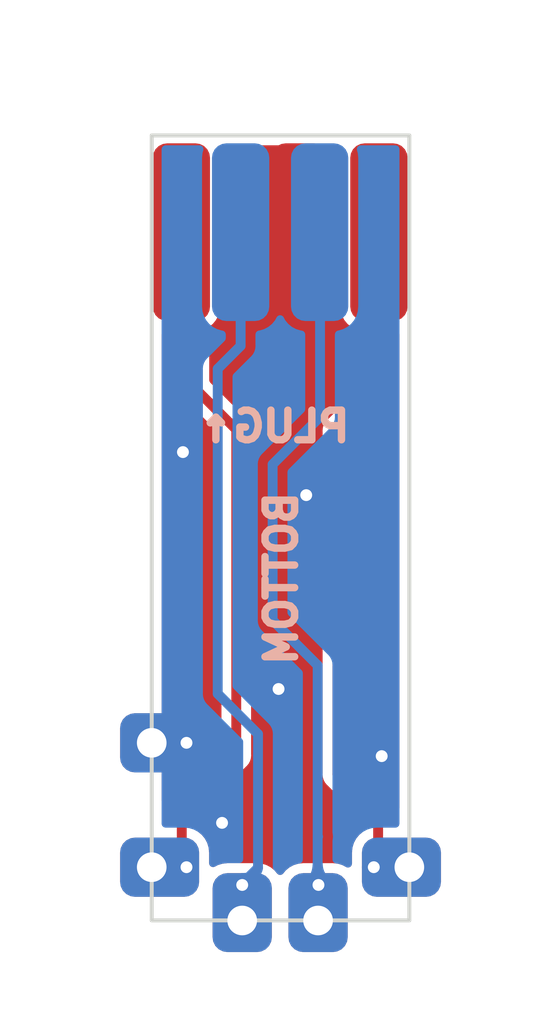
<source format=kicad_pcb>
(kicad_pcb (version 20171130) (host pcbnew "(5.1.10-1-10_14)")

  (general
    (thickness 0.8)
    (drawings 7)
    (tracks 33)
    (zones 0)
    (modules 2)
    (nets 6)
  )

  (page USLetter)
  (title_block
    (rev 1)
  )

  (layers
    (0 Front signal)
    (31 Back signal)
    (34 B.Paste user)
    (35 F.Paste user)
    (36 B.SilkS user)
    (37 F.SilkS user)
    (38 B.Mask user)
    (39 F.Mask user)
    (44 Edge.Cuts user)
    (45 Margin user)
    (46 B.CrtYd user)
    (47 F.CrtYd user)
    (49 F.Fab user hide)
  )

  (setup
    (last_trace_width 0.25)
    (user_trace_width 0.254)
    (user_trace_width 0.508)
    (user_trace_width 0.762)
    (trace_clearance 0.25)
    (zone_clearance 0.2)
    (zone_45_only no)
    (trace_min 0.1524)
    (via_size 0.6)
    (via_drill 0.3)
    (via_min_size 0.508)
    (via_min_drill 0.254)
    (user_via 0.6858 0.3302)
    (user_via 0.889 0.381)
    (uvia_size 0.6858)
    (uvia_drill 0.254)
    (uvias_allowed no)
    (uvia_min_size 0)
    (uvia_min_drill 0)
    (edge_width 0.1)
    (segment_width 0.254)
    (pcb_text_width 0.3048)
    (pcb_text_size 1.524 1.524)
    (mod_edge_width 0.127)
    (mod_text_size 0.762 0.762)
    (mod_text_width 0.127)
    (pad_size 1.524 1.524)
    (pad_drill 0.762)
    (pad_to_mask_clearance 0.0508)
    (aux_axis_origin 0 0)
    (visible_elements FFFFFF7F)
    (pcbplotparams
      (layerselection 0x010fc_ffffffff)
      (usegerberextensions false)
      (usegerberattributes false)
      (usegerberadvancedattributes false)
      (creategerberjobfile false)
      (excludeedgelayer true)
      (linewidth 0.152400)
      (plotframeref false)
      (viasonmask false)
      (mode 1)
      (useauxorigin false)
      (hpglpennumber 1)
      (hpglpenspeed 20)
      (hpglpendiameter 15.000000)
      (psnegative false)
      (psa4output false)
      (plotreference true)
      (plotvalue false)
      (plotinvisibletext false)
      (padsonsilk false)
      (subtractmaskfromsilk true)
      (outputformat 1)
      (mirror false)
      (drillshape 0)
      (scaleselection 1)
      (outputdirectory "./gerbers"))
  )

  (net 0 "")
  (net 1 /Audio_L)
  (net 2 /Audio_R)
  (net 3 /Sync)
  (net 4 /GND)
  (net 5 /+5V)

  (net_class Default "This is the default net class."
    (clearance 0.25)
    (trace_width 0.25)
    (via_dia 0.6)
    (via_drill 0.3)
    (uvia_dia 0.6858)
    (uvia_drill 0.254)
    (diff_pair_width 0.1524)
    (diff_pair_gap 0.1524)
    (add_net /+5V)
    (add_net /Audio_L)
    (add_net /Audio_R)
    (add_net /GND)
    (add_net /Sync)
  )

  (module 8DIN2VGA:DIN_Bottom (layer Front) (tedit 6150A7B4) (tstamp 61247471)
    (at 145 97.84)
    (path /61247066)
    (fp_text reference S1 (at 0.12 3.56) (layer F.Fab)
      (effects (font (size 1 1) (thickness 0.15)))
    )
    (fp_text value DIN_Bottom (at 0 -0.5) (layer F.Fab)
      (effects (font (size 1 1) (thickness 0.15)))
    )
    (pad 4 smd roundrect (at 0.5 0) (size 1.45 4.5) (layers Front F.Mask) (roundrect_rratio 0.25)
      (net 4 /GND) (zone_connect 2))
    (pad 5 smd roundrect (at -2.5 0) (size 1.45 4.5) (layers Front F.Mask) (roundrect_rratio 0.25)
      (net 5 /+5V))
    (pad 3 smd roundrect (at 2.5 0) (size 1.45 4.5) (layers Front F.Mask) (roundrect_rratio 0.25)
      (net 3 /Sync))
    (pad 1 smd roundrect (at 1 0) (size 1.45 4.5) (layers Back B.Mask) (roundrect_rratio 0.25)
      (net 2 /Audio_R))
    (pad 2 smd roundrect (at -1 0) (size 1.45 4.5) (layers Back B.Mask) (roundrect_rratio 0.25)
      (net 1 /Audio_L))
  )

  (module 8DIN2VGA:DIN_Bottom_to_Main (layer Front) (tedit 6173A9ED) (tstamp 6124747C)
    (at 145 115.272828)
    (path /6124804F)
    (fp_text reference S2 (at -0.01 -2.732828) (layer F.Fab)
      (effects (font (size 1 1) (thickness 0.15)))
    )
    (fp_text value DIN_Bottom_to_Main (at 0 -16.9) (layer F.Fab)
      (effects (font (size 1 1) (thickness 0.15)))
    )
    (fp_poly (pts (xy 3.264598 -0.004345) (xy 1.328742 -0.015883) (xy 1.313663 -0.089632) (xy 1.272554 -0.1931)
      (xy 1.200837 -0.278474) (xy 1.108129 -0.339795) (xy 1.004047 -0.371106) (xy 0.898206 -0.366449)
      (xy 0.876686 -0.360354) (xy 0.766113 -0.303151) (xy 0.679615 -0.216733) (xy 0.626438 -0.110542)
      (xy 0.624176 -0.102512) (xy 0.597859 -0.004116) (xy 0 -0.01) (xy -0.597859 -0.015883)
      (xy -0.612933 -0.089632) (xy -0.654318 -0.190798) (xy -0.728576 -0.279227) (xy -0.824295 -0.342644)
      (xy -0.861396 -0.356859) (xy -0.93345 -0.375176) (xy -0.990291 -0.375507) (xy -1.057127 -0.35797)
      (xy -1.057754 -0.357763) (xy -1.168701 -0.299185) (xy -1.253459 -0.209074) (xy -1.303146 -0.099778)
      (xy -1.328546 -0.004811) (xy -3.245951 -0.004811) (xy -3.245951 -0.49269) (xy -3.245693 -0.652569)
      (xy -3.244634 -0.773678) (xy -3.242345 -0.861536) (xy -3.2384 -0.921661) (xy -3.232371 -0.95957)
      (xy -3.22383 -0.980783) (xy -3.212349 -0.990816) (xy -3.207198 -0.992824) (xy -3.076377 -1.046349)
      (xy -2.984921 -1.114034) (xy -2.928934 -1.200549) (xy -2.90452 -1.310567) (xy -2.902708 -1.357929)
      (xy -2.908973 -1.451409) (xy -2.930373 -1.518062) (xy -2.949034 -1.547782) (xy -3.011394 -1.614696)
      (xy -3.085737 -1.669847) (xy -3.157752 -1.703752) (xy -3.193865 -1.709955) (xy -3.245951 -1.709955)
      (xy -3.245951 -18.827827) (xy 3.264598 -18.827827) (xy 3.264598 -0.004345)) (layer F.Fab) (width 0.01))
    (pad 2 thru_hole circle (at -0.96 -0.9 270) (size 0.6 0.6) (drill 0.3) (layers *.Cu *.Mask)
      (net 1 /Audio_L))
    (pad 2 thru_hole roundrect (at -0.96 0) (size 1.5 2) (drill 0.75 (offset 0 -0.2)) (layers *.Cu *.Mask) (roundrect_rratio 0.25)
      (net 1 /Audio_L))
    (pad 1 thru_hole roundrect (at 0.96 0) (size 1.5 2) (drill 0.75 (offset 0 -0.2)) (layers *.Cu *.Mask) (roundrect_rratio 0.25)
      (net 2 /Audio_R))
    (pad 1 thru_hole circle (at 0.97 -0.9 270) (size 0.6 0.6) (drill 0.3) (layers *.Cu *.Mask)
      (net 2 /Audio_R))
    (pad 5 thru_hole roundrect (at -3.25 -1.35 270) (size 1.5 2) (drill 0.75 (offset 0 -0.2)) (layers *.Cu *.Mask) (roundrect_rratio 0.25)
      (net 5 /+5V))
    (pad 5 thru_hole circle (at -2.37 -1.35 270) (size 0.6 0.6) (drill 0.3) (layers *.Cu *.Mask)
      (net 5 /+5V))
    (pad 3 thru_hole circle (at 2.37 -1.35 270) (size 0.6 0.6) (drill 0.3) (layers *.Cu *.Mask)
      (net 3 /Sync))
    (pad 3 thru_hole roundrect (at 3.27 -1.35 90) (size 1.5 2) (drill 0.75 (offset 0 -0.2)) (layers *.Cu *.Mask) (roundrect_rratio 0.25)
      (net 3 /Sync))
    (pad 4 thru_hole roundrect (at -3.25 -4.5 270) (size 1.5 2) (drill 0.75 (offset 0 -0.2)) (layers *.Cu *.Mask) (roundrect_rratio 0.25)
      (net 4 /GND))
    (pad 4 thru_hole circle (at -2.37 -4.5 270) (size 0.6 0.6) (drill 0.3) (layers *.Cu *.Mask)
      (net 4 /GND))
  )

  (gr_text PLUG↑ (at 144.82 102.76) (layer B.SilkS)
    (effects (font (size 0.75 0.75) (thickness 0.1875)) (justify mirror))
  )
  (gr_text BOTTOM (at 145.03 106.61 90) (layer B.SilkS)
    (effects (font (size 0.75 0.75) (thickness 0.1875)) (justify mirror))
  )
  (gr_poly (pts (xy 149.25 110.27) (xy 147.76 110.27) (xy 147.76 104.34) (xy 149.25 104.34)) (layer Cmts.User) (width 0.1))
  (gr_line (start 148.27 95.39) (end 148.27 115.27) (layer Edge.Cuts) (width 0.1))
  (gr_line (start 141.75 95.39) (end 148.27 95.39) (layer Edge.Cuts) (width 0.1))
  (gr_line (start 141.75 115.27) (end 141.75 95.39) (layer Edge.Cuts) (width 0.1))
  (gr_line (start 141.75 115.27) (end 148.27 115.27) (layer Edge.Cuts) (width 0.1))

  (segment (start 144.03 114.35) (end 144.02 114.35) (width 0.25) (layer Back) (net 1))
  (segment (start 144.44 113.94) (end 144.03 114.35) (width 0.25) (layer Back) (net 1))
  (segment (start 144.44 110.55) (end 144.44 113.94) (width 0.25) (layer Back) (net 1))
  (segment (start 143.42 101.3) (end 143.42 109.53) (width 0.25) (layer Back) (net 1))
  (segment (start 144 100.72) (end 143.42 101.3) (width 0.25) (layer Back) (net 1))
  (segment (start 143.42 109.53) (end 144.44 110.55) (width 0.25) (layer Back) (net 1))
  (segment (start 144 97.84) (end 144 100.72) (width 0.25) (layer Back) (net 1))
  (segment (start 145.95 108.81) (end 145.95 113.14) (width 0.25) (layer Back) (net 2) (status 20))
  (segment (start 144.81 103.72) (end 144.81 107.67) (width 0.25) (layer Back) (net 2))
  (segment (start 145.95 113.14) (end 145.96 113.15) (width 0.25) (layer Back) (net 2) (status 30))
  (segment (start 146.01 102.52) (end 144.81 103.72) (width 0.25) (layer Back) (net 2))
  (segment (start 146.01 97.85) (end 146.01 102.52) (width 0.25) (layer Back) (net 2) (status 10))
  (segment (start 144.81 107.67) (end 145.95 108.81) (width 0.25) (layer Back) (net 2))
  (segment (start 146 97.84) (end 146.01 97.85) (width 0.25) (layer Back) (net 2) (status 30))
  (segment (start 145.95 113.14) (end 145.95 114.37) (width 0.25) (layer Back) (net 2))
  (segment (start 146.45 102.87) (end 146.45 111.57) (width 0.25) (layer Front) (net 3))
  (segment (start 147.19 102.13) (end 146.45 102.87) (width 0.25) (layer Front) (net 3))
  (segment (start 147.19 98.15) (end 147.19 102.13) (width 0.25) (layer Front) (net 3))
  (segment (start 146.45 111.57) (end 147.48 112.6) (width 0.25) (layer Front) (net 3))
  (segment (start 147.5 97.84) (end 147.19 98.15) (width 0.25) (layer Front) (net 3))
  (segment (start 147.48 112.6) (end 147.48 113.87) (width 0.25) (layer Front) (net 3))
  (via (at 145.66 104.5) (size 0.6) (drill 0.3) (layers Front Back) (net 4))
  (via (at 143.53 112.8) (size 0.6) (drill 0.3) (layers Front Back) (net 4))
  (via (at 147.57 111.11) (size 0.6) (drill 0.3) (layers Front Back) (net 4))
  (via (at 142.54 103.41) (size 0.6) (drill 0.3) (layers Front Back) (net 4))
  (via (at 144.96 109.41) (size 0.6) (drill 0.3) (layers Front Back) (net 4))
  (segment (start 142.51 112.47) (end 142.51 112.51) (width 0.25) (layer Front) (net 5))
  (segment (start 142.51 112.51) (end 142.51 113.79) (width 0.25) (layer Front) (net 5))
  (segment (start 143.89 102.84) (end 143.89 111.09) (width 0.25) (layer Front) (net 5))
  (segment (start 142.83 101.78) (end 143.89 102.84) (width 0.25) (layer Front) (net 5))
  (segment (start 142.5 97.84) (end 142.83 98.17) (width 0.25) (layer Front) (net 5))
  (segment (start 143.89 111.09) (end 142.51 112.47) (width 0.25) (layer Front) (net 5))
  (segment (start 142.83 98.17) (end 142.83 101.78) (width 0.25) (layer Front) (net 5))

  (zone (net 4) (net_name /GND) (layer Front) (tstamp 0) (hatch edge 0.508)
    (connect_pads yes (clearance 0.2))
    (min_thickness 0.2)
    (fill yes (arc_segments 32) (thermal_gap 0.4) (thermal_bridge_width 0.4))
    (polygon
      (pts
        (xy 150.19 116.63) (xy 138.05 116.63) (xy 137.91 91.96) (xy 150.05 91.96)
      )
    )
    (filled_polygon
      (pts
        (xy 146.43703 95.813168) (xy 146.423307 95.9525) (xy 146.423307 99.7275) (xy 146.43703 99.866832) (xy 146.477672 100.00081)
        (xy 146.54367 100.124284) (xy 146.632489 100.232511) (xy 146.715001 100.300226) (xy 146.715001 101.933248) (xy 146.130634 102.517616)
        (xy 146.112499 102.532499) (xy 146.053141 102.604827) (xy 146.009034 102.687347) (xy 145.990974 102.746883) (xy 145.981873 102.776884)
        (xy 145.972702 102.87) (xy 145.975 102.893332) (xy 145.975001 111.546658) (xy 145.972702 111.57) (xy 145.981873 111.663116)
        (xy 146.009035 111.752654) (xy 146.053142 111.835173) (xy 146.1125 111.907501) (xy 146.130629 111.922379) (xy 147.005 112.796751)
        (xy 147.005 112.973371) (xy 146.93115 113.033978) (xy 146.840777 113.144099) (xy 146.773623 113.269735) (xy 146.73227 113.406057)
        (xy 146.718307 113.547828) (xy 146.718307 113.832689) (xy 146.613093 113.776451) (xy 146.476771 113.735098) (xy 146.335 113.721135)
        (xy 145.585 113.721135) (xy 145.443229 113.735098) (xy 145.306907 113.776451) (xy 145.181271 113.843605) (xy 145.07115 113.933978)
        (xy 145 114.020675) (xy 144.92885 113.933978) (xy 144.818729 113.843605) (xy 144.693093 113.776451) (xy 144.556771 113.735098)
        (xy 144.415 113.721135) (xy 143.665 113.721135) (xy 143.523229 113.735098) (xy 143.386907 113.776451) (xy 143.301693 113.821999)
        (xy 143.301693 113.547828) (xy 143.28773 113.406057) (xy 143.246377 113.269735) (xy 143.179223 113.144099) (xy 143.08885 113.033978)
        (xy 142.985 112.948751) (xy 142.985 112.66675) (xy 144.209377 111.442375) (xy 144.227501 111.427501) (xy 144.286859 111.355173)
        (xy 144.330966 111.272654) (xy 144.358127 111.183116) (xy 144.365 111.113332) (xy 144.367298 111.09) (xy 144.365 111.066668)
        (xy 144.365 102.863331) (xy 144.367298 102.839999) (xy 144.358127 102.746883) (xy 144.349888 102.719722) (xy 144.330966 102.657346)
        (xy 144.286859 102.574827) (xy 144.227501 102.502499) (xy 144.209371 102.48762) (xy 143.305 101.58325) (xy 143.305 100.283812)
        (xy 143.367511 100.232511) (xy 143.45633 100.124284) (xy 143.522328 100.00081) (xy 143.56297 99.866832) (xy 143.576693 99.7275)
        (xy 143.576693 95.9525) (xy 143.56297 95.813168) (xy 143.540775 95.74) (xy 146.459225 95.74)
      )
    )
    (filled_polygon
      (pts
        (xy 147.920001 112.41554) (xy 147.876859 112.334827) (xy 147.817501 112.262499) (xy 147.799371 112.24762) (xy 146.925 111.37325)
        (xy 146.925 103.06675) (xy 147.509371 102.48238) (xy 147.527501 102.467501) (xy 147.586859 102.395173) (xy 147.630966 102.312654)
        (xy 147.658127 102.223116) (xy 147.665 102.153332) (xy 147.667298 102.130001) (xy 147.665 102.106668) (xy 147.665 100.441693)
        (xy 147.8625 100.441693) (xy 147.92 100.43603)
      )
    )
    (filled_polygon
      (pts
        (xy 142.1375 100.441693) (xy 142.355001 100.441693) (xy 142.355001 101.756658) (xy 142.352702 101.78) (xy 142.361873 101.873116)
        (xy 142.384391 101.947346) (xy 142.389035 101.962654) (xy 142.433142 102.045173) (xy 142.4925 102.117501) (xy 142.510629 102.132379)
        (xy 143.415 103.036751) (xy 143.415001 110.893247) (xy 142.190634 112.117616) (xy 142.172499 112.132499) (xy 142.113141 112.204827)
        (xy 142.1 112.229413) (xy 142.1 100.438)
      )
    )
  )
  (zone (net 4) (net_name /GND) (layer Back) (tstamp 0) (hatch edge 0.508)
    (connect_pads yes (clearance 0.2))
    (min_thickness 0.2)
    (fill yes (arc_segments 32) (thermal_gap 0.4) (thermal_bridge_width 0.4))
    (polygon
      (pts
        (xy 152.02 117.87) (xy 140.16 117.87) (xy 140.16 93.97) (xy 152.02 93.97)
      )
    )
    (filled_polygon
      (pts
        (xy 145.04367 100.124284) (xy 145.132489 100.232511) (xy 145.240716 100.32133) (xy 145.36419 100.387328) (xy 145.498168 100.42797)
        (xy 145.535001 100.431598) (xy 145.535001 102.323248) (xy 144.490634 103.367616) (xy 144.472499 103.382499) (xy 144.413141 103.454827)
        (xy 144.369034 103.537347) (xy 144.350112 103.599723) (xy 144.341873 103.626884) (xy 144.332702 103.72) (xy 144.335 103.743332)
        (xy 144.335001 107.646658) (xy 144.332702 107.67) (xy 144.341873 107.763116) (xy 144.369035 107.852654) (xy 144.413142 107.935173)
        (xy 144.4725 108.007501) (xy 144.490629 108.022379) (xy 145.475 109.006751) (xy 145.475001 113.116658) (xy 145.472702 113.14)
        (xy 145.475 113.163332) (xy 145.475 113.731969) (xy 145.443229 113.735098) (xy 145.306907 113.776451) (xy 145.181271 113.843605)
        (xy 145.07115 113.933978) (xy 145 114.020675) (xy 144.92885 113.933978) (xy 144.915637 113.923134) (xy 144.915 113.916668)
        (xy 144.915 110.573332) (xy 144.917298 110.55) (xy 144.908127 110.456884) (xy 144.880966 110.367345) (xy 144.865602 110.338602)
        (xy 144.836859 110.284827) (xy 144.777501 110.212499) (xy 144.759377 110.197625) (xy 143.895 109.33325) (xy 143.895 101.496751)
        (xy 144.319377 101.072375) (xy 144.337501 101.057501) (xy 144.396859 100.985173) (xy 144.440706 100.903141) (xy 144.440966 100.902655)
        (xy 144.468127 100.813116) (xy 144.477298 100.72) (xy 144.475 100.696668) (xy 144.475 100.430613) (xy 144.501832 100.42797)
        (xy 144.63581 100.387328) (xy 144.759284 100.32133) (xy 144.867511 100.232511) (xy 144.95633 100.124284) (xy 145 100.042583)
      )
    )
    (filled_polygon
      (pts
        (xy 147.920001 112.821135) (xy 147.445 112.821135) (xy 147.303229 112.835098) (xy 147.166907 112.876451) (xy 147.041271 112.943605)
        (xy 146.93115 113.033978) (xy 146.840777 113.144099) (xy 146.773623 113.269735) (xy 146.73227 113.406057) (xy 146.718307 113.547828)
        (xy 146.718307 113.832689) (xy 146.613093 113.776451) (xy 146.476771 113.735098) (xy 146.425 113.729999) (xy 146.425 113.253423)
        (xy 146.428127 113.243115) (xy 146.437298 113.149999) (xy 146.428127 113.056884) (xy 146.425 113.046576) (xy 146.425 108.833329)
        (xy 146.427298 108.809999) (xy 146.425 108.786668) (xy 146.418127 108.716884) (xy 146.390966 108.627346) (xy 146.346859 108.544827)
        (xy 146.287501 108.472499) (xy 146.269371 108.45762) (xy 145.285 107.47325) (xy 145.285 103.91675) (xy 146.329371 102.87238)
        (xy 146.347501 102.857501) (xy 146.406859 102.785173) (xy 146.450966 102.702654) (xy 146.478127 102.613116) (xy 146.485 102.543332)
        (xy 146.487298 102.520001) (xy 146.485 102.496669) (xy 146.485 100.429628) (xy 146.501832 100.42797) (xy 146.63581 100.387328)
        (xy 146.759284 100.32133) (xy 146.867511 100.232511) (xy 146.95633 100.124284) (xy 147.022328 100.00081) (xy 147.06297 99.866832)
        (xy 147.076693 99.7275) (xy 147.076693 95.9525) (xy 147.06297 95.813168) (xy 147.040775 95.74) (xy 147.92 95.74)
      )
    )
    (filled_polygon
      (pts
        (xy 142.93703 95.813168) (xy 142.923307 95.9525) (xy 142.923307 99.7275) (xy 142.93703 99.866832) (xy 142.977672 100.00081)
        (xy 143.04367 100.124284) (xy 143.132489 100.232511) (xy 143.240716 100.32133) (xy 143.36419 100.387328) (xy 143.498168 100.42797)
        (xy 143.525001 100.430613) (xy 143.525001 100.523248) (xy 143.100633 100.947617) (xy 143.082499 100.962499) (xy 143.023141 101.034827)
        (xy 142.979034 101.117347) (xy 142.960112 101.179723) (xy 142.951873 101.206884) (xy 142.942702 101.3) (xy 142.945 101.323332)
        (xy 142.945001 109.506658) (xy 142.942702 109.53) (xy 142.951873 109.623116) (xy 142.979035 109.712654) (xy 143.023142 109.795173)
        (xy 143.0825 109.867501) (xy 143.100629 109.882379) (xy 143.965 110.746752) (xy 143.965001 113.721135) (xy 143.665 113.721135)
        (xy 143.523229 113.735098) (xy 143.386907 113.776451) (xy 143.301693 113.821999) (xy 143.301693 113.547828) (xy 143.28773 113.406057)
        (xy 143.246377 113.269735) (xy 143.179223 113.144099) (xy 143.08885 113.033978) (xy 142.978729 112.943605) (xy 142.853093 112.876451)
        (xy 142.716771 112.835098) (xy 142.575 112.821135) (xy 142.1 112.821135) (xy 142.1 95.74) (xy 142.959225 95.74)
      )
    )
  )
  (zone (net 1) (net_name /Audio_L) (layer Back) (tstamp 0) (hatch edge 0.508)
    (priority 16962)
    (connect_pads yes (clearance 0.25))
    (min_thickness 0.0254)
    (fill yes (arc_segments 32) (thermal_gap 0.508) (thermal_bridge_width 0.508))
    (polygon
      (pts
        (xy 144.315 113.919828) (xy 144.308379 113.975528) (xy 144.289705 114.014655) (xy 144.260756 114.040268) (xy 144.223313 114.055423)
        (xy 144.179154 114.063176) (xy 144.130059 114.066584) (xy 144.077808 114.068705) (xy 144.02418 114.072596) (xy 143.970956 114.081312)
        (xy 143.919914 114.097912) (xy 143.94246 114.486783) (xy 144.34 114.372828) (xy 144.3463 114.316052) (xy 144.3634 114.269528)
        (xy 144.388599 114.230368) (xy 144.4192 114.195683) (xy 144.4525 114.162585) (xy 144.4858 114.128187) (xy 144.5164 114.0896)
        (xy 144.5416 114.043937) (xy 144.5587 113.988309) (xy 144.565 113.919828)
      )
    )
    (filled_polygon
      (pts
        (xy 144.546173 113.985838) (xy 144.529847 114.03895) (xy 144.505793 114.082536) (xy 144.476238 114.119805) (xy 144.443479 114.153645)
        (xy 144.410247 114.186675) (xy 144.409677 114.187281) (xy 144.379076 114.221966) (xy 144.377919 114.223496) (xy 144.35272 114.262656)
        (xy 144.35148 114.265147) (xy 144.33438 114.311671) (xy 144.333677 114.314651) (xy 144.328316 114.362966) (xy 143.95422 114.470201)
        (xy 143.93316 114.106959) (xy 143.973963 114.093689) (xy 144.025664 114.085222) (xy 144.07852 114.081387) (xy 144.130574 114.079274)
        (xy 144.130938 114.079254) (xy 144.180033 114.075846) (xy 144.18135 114.075685) (xy 144.225509 114.067932) (xy 144.228078 114.067195)
        (xy 144.265521 114.05204) (xy 144.267726 114.050885) (xy 144.269171 114.04978) (xy 144.29812 114.024167) (xy 144.299814 114.022342)
        (xy 144.301167 114.020125) (xy 144.319841 113.980998) (xy 144.320687 113.978657) (xy 144.32099 113.977027) (xy 144.32628 113.932528)
        (xy 144.551078 113.932528)
      )
    )
  )
  (zone (net 1) (net_name /Audio_L) (layer Back) (tstamp 0) (hatch edge 0.508)
    (priority 16962)
    (connect_pads yes (clearance 0.25))
    (min_thickness 0.0254)
    (fill yes (arc_segments 32) (thermal_gap 0.508) (thermal_bridge_width 0.508))
    (polygon
      (pts
        (xy 144.125 99.285) (xy 144.133323 99.115294) (xy 144.156937 98.975656) (xy 144.193812 98.859544) (xy 144.241913 98.760418)
        (xy 144.29921 98.671735) (xy 144.36367 98.586954) (xy 144.433261 98.499533) (xy 144.505951 98.402932) (xy 144.579708 98.290608)
        (xy 144.6525 98.15602) (xy 144 97.4775) (xy 143.3475 98.15602) (xy 143.420291 98.290608) (xy 143.494048 98.402932)
        (xy 143.566738 98.499533) (xy 143.636329 98.586954) (xy 143.700789 98.671735) (xy 143.758086 98.760418) (xy 143.806187 98.859544)
        (xy 143.843062 98.975656) (xy 143.866676 99.115294) (xy 143.875 99.285)
      )
    )
    (filled_polygon
      (pts
        (xy 144.636916 98.158137) (xy 144.568794 98.284091) (xy 144.495557 98.395623) (xy 144.423219 98.491757) (xy 144.353734 98.579044)
        (xy 144.35356 98.579267) (xy 144.2891 98.664048) (xy 144.288543 98.664843) (xy 144.231246 98.753526) (xy 144.230487 98.754874)
        (xy 144.182386 98.854) (xy 144.181708 98.8557) (xy 144.144833 98.971812) (xy 144.144415 98.973538) (xy 144.120801 99.113176)
        (xy 144.120638 99.114672) (xy 144.112907 99.2723) (xy 143.887093 99.2723) (xy 143.879361 99.114672) (xy 143.879198 99.113176)
        (xy 143.855584 98.973538) (xy 143.855166 98.971812) (xy 143.818291 98.8557) (xy 143.817613 98.854) (xy 143.769512 98.754874)
        (xy 143.768753 98.753526) (xy 143.711456 98.664843) (xy 143.710899 98.664048) (xy 143.646439 98.579267) (xy 143.646265 98.579044)
        (xy 143.57678 98.491757) (xy 143.504442 98.395623) (xy 143.431205 98.284091) (xy 143.363084 98.158137) (xy 144 97.495822)
      )
    )
  )
  (zone (net 2) (net_name /Audio_R) (layer Back) (tstamp 0) (hatch edge 0.508)
    (priority 16962)
    (connect_pads yes (clearance 0.25))
    (min_thickness 0.0254)
    (fill yes (arc_segments 32) (thermal_gap 0.508) (thermal_bridge_width 0.508))
    (polygon
      (pts
        (xy 146.135 99.295) (xy 146.143271 99.123208) (xy 146.166727 98.981713) (xy 146.203332 98.863904) (xy 146.251052 98.763168)
        (xy 146.307849 98.672895) (xy 146.37169 98.586472) (xy 146.440537 98.497288) (xy 146.512356 98.398731) (xy 146.585111 98.28419)
        (xy 146.656767 98.147053) (xy 145.995035 97.477535) (xy 145.35189 98.164928) (xy 145.426635 98.299017) (xy 145.501861 98.411027)
        (xy 145.575601 98.50748) (xy 145.645888 98.5949) (xy 145.710757 98.67981) (xy 145.768241 98.768732) (xy 145.816373 98.868189)
        (xy 145.853188 98.984704) (xy 145.876719 99.1248) (xy 145.885 99.295)
      )
    )
    (filled_polygon
      (pts
        (xy 146.641218 98.149388) (xy 146.574103 98.277835) (xy 146.501855 98.391577) (xy 146.430386 98.489654) (xy 146.361637 98.578711)
        (xy 146.361475 98.578926) (xy 146.297634 98.665349) (xy 146.2971 98.666132) (xy 146.240303 98.756405) (xy 146.239575 98.757731)
        (xy 146.191855 98.858467) (xy 146.191204 98.860136) (xy 146.154599 98.977945) (xy 146.154198 98.979636) (xy 146.130742 99.121131)
        (xy 146.130586 99.122597) (xy 146.122897 99.2823) (xy 145.897097 99.2823) (xy 145.889404 99.124183) (xy 145.889244 99.122696)
        (xy 145.865713 98.9826) (xy 145.865298 98.980878) (xy 145.828483 98.864363) (xy 145.827805 98.862657) (xy 145.779673 98.7632)
        (xy 145.778906 98.761837) (xy 145.721422 98.672915) (xy 145.720849 98.6721) (xy 145.65598 98.58719) (xy 145.655786 98.586942)
        (xy 145.585574 98.499616) (xy 145.512193 98.403632) (xy 145.437472 98.292374) (xy 145.367495 98.166838) (xy 145.995286 97.495856)
      )
    )
  )
  (zone (net 2) (net_name /Audio_R) (layer Back) (tstamp 0) (hatch edge 0.508)
    (priority 16962)
    (connect_pads yes (clearance 0.25))
    (min_thickness 0.0254)
    (fill yes (arc_segments 32) (thermal_gap 0.508) (thermal_bridge_width 0.508))
    (polygon
      (pts
        (xy 145.825 113.78) (xy 145.823352 113.8489) (xy 145.81855 113.907381) (xy 145.810803 113.957615) (xy 145.80032 114.001773)
        (xy 145.787311 114.042028) (xy 145.771986 114.08055) (xy 145.754554 114.119513) (xy 145.735226 114.161088) (xy 145.71421 114.207447)
        (xy 145.691717 114.260763) (xy 145.980221 114.522479) (xy 146.230461 114.223967) (xy 146.20261 114.176771) (xy 146.17716 114.135402)
        (xy 146.154236 114.097907) (xy 146.133964 114.062335) (xy 146.116468 114.026735) (xy 146.101872 113.989154) (xy 146.090303 113.947641)
        (xy 146.081884 113.900246) (xy 146.076742 113.845016) (xy 146.075 113.78)
      )
    )
    (filled_polygon
      (pts
        (xy 146.064047 113.845356) (xy 146.064097 113.846193) (xy 146.069239 113.901423) (xy 146.06938 113.902467) (xy 146.077799 113.949862)
        (xy 146.078069 113.95105) (xy 146.089638 113.992563) (xy 146.090034 113.993752) (xy 146.10463 114.031333) (xy 146.10507 114.032337)
        (xy 146.122566 114.067937) (xy 146.12293 114.068623) (xy 146.143202 114.104195) (xy 146.143401 114.104532) (xy 146.166325 114.142027)
        (xy 146.166343 114.142057) (xy 146.191734 114.183331) (xy 146.21496 114.222689) (xy 145.978972 114.504199) (xy 145.706917 114.257405)
        (xy 145.725842 114.212548) (xy 145.746793 114.166332) (xy 145.76607 114.124867) (xy 145.766147 114.1247) (xy 145.783579 114.085737)
        (xy 145.783786 114.085245) (xy 145.799111 114.046723) (xy 145.799396 114.045933) (xy 145.812405 114.005678) (xy 145.812677 114.004706)
        (xy 145.82316 113.960548) (xy 145.823355 113.959551) (xy 145.831102 113.909317) (xy 145.831207 113.90842) (xy 145.836009 113.849939)
        (xy 145.836048 113.849204) (xy 145.8374 113.7927) (xy 146.062636 113.7927)
      )
    )
  )
  (zone (net 3) (net_name /Sync) (layer Front) (tstamp 0) (hatch edge 0.508)
    (priority 16962)
    (connect_pads yes (clearance 0.25))
    (min_thickness 0.0254)
    (fill yes (arc_segments 32) (thermal_gap 0.508) (thermal_bridge_width 0.508))
    (polygon
      (pts
        (xy 147.315 99.225) (xy 147.323341 99.083154) (xy 147.347509 98.967134) (xy 147.386217 98.872229) (xy 147.438179 98.793729)
        (xy 147.502108 98.726922) (xy 147.576718 98.6671) (xy 147.660723 98.609551) (xy 147.752836 98.549565) (xy 147.851772 98.482431)
        (xy 147.956245 98.40344) (xy 147.654111 97.511891) (xy 146.775052 97.848637) (xy 146.78496 98.018423) (xy 146.808035 98.161675)
        (xy 146.840929 98.285663) (xy 146.880295 98.397659) (xy 146.922788 98.504934) (xy 146.965059 98.614759) (xy 147.003763 98.734407)
        (xy 147.035552 98.871149) (xy 147.05708 99.032256) (xy 147.065 99.225)
      )
    )
    (filled_polygon
      (pts
        (xy 147.941276 98.398837) (xy 147.84438 98.472099) (xy 147.745782 98.539004) (xy 147.653793 98.598909) (xy 147.653545 98.599074)
        (xy 147.56954 98.656623) (xy 147.568774 98.657192) (xy 147.494164 98.717014) (xy 147.492932 98.718142) (xy 147.429003 98.784949)
        (xy 147.427589 98.786719) (xy 147.375627 98.865219) (xy 147.374457 98.867433) (xy 147.335749 98.962338) (xy 147.335076 98.964544)
        (xy 147.310908 99.080564) (xy 147.310663 99.082408) (xy 147.303025 99.2123) (xy 147.077189 99.2123) (xy 147.069769 99.031735)
        (xy 147.069668 99.030574) (xy 147.04814 98.869467) (xy 147.047922 98.868273) (xy 147.016133 98.731531) (xy 147.015847 98.730498)
        (xy 146.977143 98.61085) (xy 146.976911 98.610197) (xy 146.93464 98.500372) (xy 146.934595 98.500257) (xy 146.892193 98.393211)
        (xy 146.853077 98.281927) (xy 146.820472 98.15903) (xy 146.7976 98.017039) (xy 146.788271 97.857173) (xy 147.646322 97.528475)
      )
    )
  )
  (zone (net 3) (net_name /Sync) (layer Front) (tstamp 0) (hatch edge 0.508)
    (priority 16962)
    (connect_pads yes (clearance 0.25))
    (min_thickness 0.0254)
    (fill yes (arc_segments 32) (thermal_gap 0.508) (thermal_bridge_width 0.508))
    (polygon
      (pts
        (xy 147.355 113.34) (xy 147.353056 113.396795) (xy 147.347247 113.445287) (xy 147.337607 113.486882) (xy 147.324171 113.522987)
        (xy 147.306973 113.555007) (xy 147.286048 113.584351) (xy 147.26143 113.612424) (xy 147.233154 113.640633) (xy 147.201253 113.670384)
        (xy 147.165763 113.703085) (xy 147.315629 114.062626) (xy 147.669038 113.898824) (xy 147.662714 113.834326) (xy 147.655218 113.778509)
        (xy 147.646983 113.728836) (xy 147.638441 113.682769) (xy 147.630026 113.637771) (xy 147.622171 113.591305) (xy 147.615308 113.540832)
        (xy 147.609869 113.483815) (xy 147.606289 113.417716) (xy 147.605 113.34)
      )
    )
    (filled_polygon
      (pts
        (xy 147.593591 113.417927) (xy 147.593608 113.418403) (xy 147.597188 113.484502) (xy 147.597226 113.485021) (xy 147.602665 113.542038)
        (xy 147.602724 113.542543) (xy 147.609587 113.593016) (xy 147.609649 113.593422) (xy 147.617504 113.639888) (xy 147.617542 113.640106)
        (xy 147.625957 113.685104) (xy 147.625958 113.685104) (xy 147.634472 113.731022) (xy 147.642657 113.780395) (xy 147.650098 113.835801)
        (xy 147.655519 113.891091) (xy 147.32227 114.04555) (xy 147.180905 113.706403) (xy 147.209859 113.679724) (xy 147.209915 113.679672)
        (xy 147.241816 113.649921) (xy 147.242124 113.649624) (xy 147.2704 113.621415) (xy 147.270979 113.620797) (xy 147.295597 113.592724)
        (xy 147.296388 113.591725) (xy 147.317313 113.562381) (xy 147.318161 113.561016) (xy 147.335359 113.528996) (xy 147.336074 113.527416)
        (xy 147.34951 113.491311) (xy 147.349979 113.489749) (xy 147.359619 113.448154) (xy 147.359857 113.446798) (xy 147.365666 113.398306)
        (xy 147.365749 113.397229) (xy 147.367273 113.3527) (xy 147.592509 113.3527)
      )
    )
  )
  (zone (net 5) (net_name /+5V) (layer Front) (tstamp 0) (hatch edge 0.508)
    (priority 16962)
    (connect_pads yes (clearance 0.25))
    (min_thickness 0.0254)
    (fill yes (arc_segments 32) (thermal_gap 0.508) (thermal_bridge_width 0.508))
    (polygon
      (pts
        (xy 142.385 113.34) (xy 142.383787 113.418846) (xy 142.380447 113.48594) (xy 142.375422 113.543852) (xy 142.369156 113.595149)
        (xy 142.362094 113.642401) (xy 142.354679 113.688177) (xy 142.347356 113.735047) (xy 142.340567 113.785578) (xy 142.334758 113.842342)
        (xy 142.330372 113.907906) (xy 142.688587 114.060913) (xy 142.827477 113.696991) (xy 142.791351 113.665594) (xy 142.758888 113.63686)
        (xy 142.730121 113.609431) (xy 142.705083 113.581952) (xy 142.683806 113.553064) (xy 142.666323 113.521411) (xy 142.652669 113.485635)
        (xy 142.642874 113.444379) (xy 142.636974 113.396286) (xy 142.635 113.34)
      )
    )
    (filled_polygon
      (pts
        (xy 142.624282 113.396731) (xy 142.624369 113.397832) (xy 142.630269 113.445925) (xy 142.630517 113.447313) (xy 142.640312 113.488569)
        (xy 142.640804 113.490163) (xy 142.654458 113.525939) (xy 142.655206 113.527551) (xy 142.672689 113.559204) (xy 142.67358 113.560596)
        (xy 142.694857 113.589484) (xy 142.695695 113.590506) (xy 142.720733 113.617985) (xy 142.721357 113.618622) (xy 142.750124 113.646051)
        (xy 142.750471 113.64637) (xy 142.782934 113.675104) (xy 142.78302 113.67518) (xy 142.812447 113.700755) (xy 142.681431 114.044046)
        (xy 142.343645 113.899766) (xy 142.347416 113.843403) (xy 142.35318 113.787073) (xy 142.359924 113.736876) (xy 142.367216 113.690208)
        (xy 142.374631 113.644432) (xy 142.374654 113.644278) (xy 142.381716 113.597026) (xy 142.381762 113.596689) (xy 142.388028 113.545392)
        (xy 142.388074 113.54495) (xy 142.393099 113.487038) (xy 142.393131 113.486571) (xy 142.396471 113.419477) (xy 142.396485 113.419041)
        (xy 142.397506 113.3527) (xy 142.622738 113.3527)
      )
    )
  )
  (zone (net 5) (net_name /+5V) (layer Front) (tstamp 0) (hatch edge 0.508)
    (priority 16962)
    (connect_pads yes (clearance 0.25))
    (min_thickness 0.0254)
    (fill yes (arc_segments 32) (thermal_gap 0.508) (thermal_bridge_width 0.508))
    (polygon
      (pts
        (xy 142.955 99.215) (xy 142.96256 99.022878) (xy 142.98308 98.862091) (xy 143.013319 98.72544) (xy 143.05004 98.605727)
        (xy 143.09 98.495752) (xy 143.12996 98.388317) (xy 143.16668 98.276223) (xy 143.19692 98.152272) (xy 143.21744 98.009263)
        (xy 143.225 97.84) (xy 142.3359 97.516771) (xy 142.061248 98.417166) (xy 142.16645 98.491936) (xy 142.265959 98.555656)
        (xy 142.358508 98.612889) (xy 142.44283 98.668194) (xy 142.517656 98.726134) (xy 142.58172 98.79127) (xy 142.633753 98.868163)
        (xy 142.67249 98.961375) (xy 142.696661 99.075466) (xy 142.705 99.215)
      )
    )
    (filled_polygon
      (pts
        (xy 143.211897 97.84875) (xy 143.204781 98.008074) (xy 143.184436 98.149859) (xy 143.154459 98.272732) (xy 143.117964 98.384139)
        (xy 143.078097 98.491325) (xy 143.078064 98.491415) (xy 143.038104 98.60139) (xy 143.037898 98.602003) (xy 143.001177 98.721716)
        (xy 143.000919 98.722696) (xy 142.97068 98.859347) (xy 142.970482 98.860483) (xy 142.949962 99.02127) (xy 142.94987 99.022379)
        (xy 142.94279 99.2023) (xy 142.716963 99.2023) (xy 142.709338 99.074708) (xy 142.709085 99.072834) (xy 142.684914 98.958743)
        (xy 142.684218 98.956501) (xy 142.645481 98.863289) (xy 142.644271 98.861045) (xy 142.592238 98.784152) (xy 142.590774 98.782365)
        (xy 142.52671 98.717229) (xy 142.525431 98.716092) (xy 142.450605 98.658152) (xy 142.449795 98.657574) (xy 142.365473 98.602269)
        (xy 142.365188 98.602088) (xy 142.27274 98.544918) (xy 142.173555 98.481405) (xy 142.076065 98.412116) (xy 142.344141 97.53328)
      )
    )
  )
)

</source>
